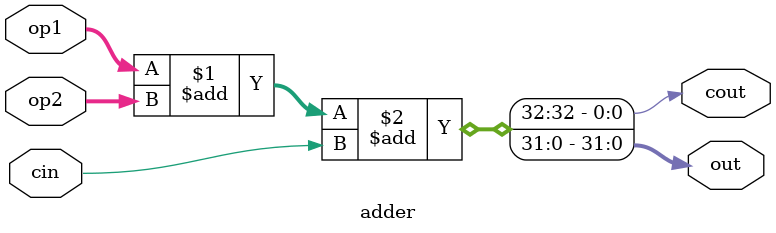
<source format=v>
`timescale 1ns / 1ps

module adder(
    input  [31:0] op1,
    input  [31:0] op2,
    input         cin,
    output [31:0] out,
    output        cout
);
    
    assign {cout, out} = op1 + op2 + cin;
    
endmodule

</source>
